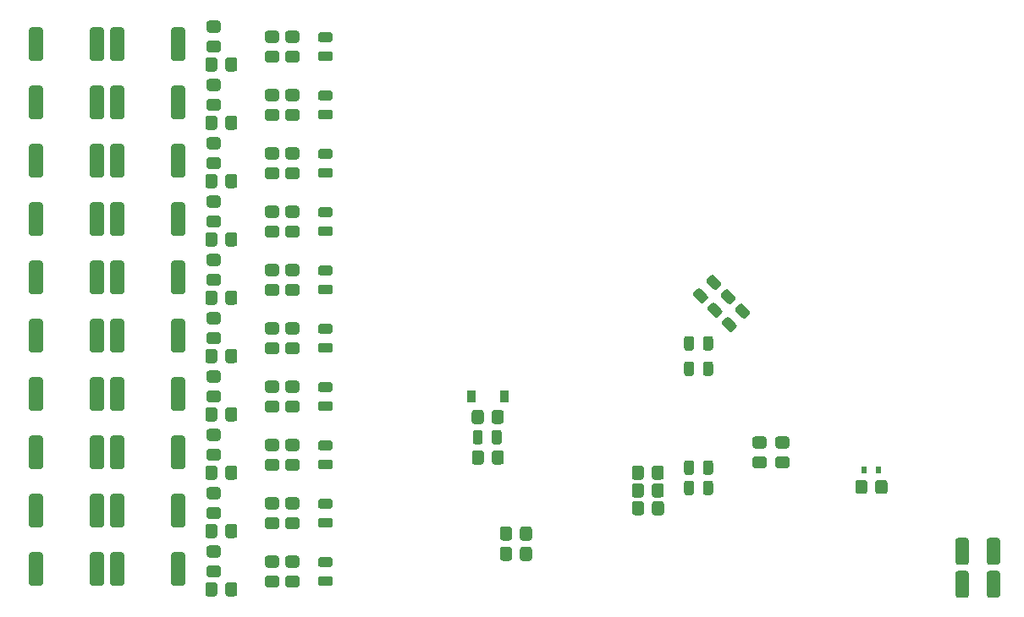
<source format=gbp>
G04 #@! TF.GenerationSoftware,KiCad,Pcbnew,(5.1.10)-1*
G04 #@! TF.CreationDate,2021-09-07T10:06:12+02:00*
G04 #@! TF.ProjectId,GatzBMS,4761747a-424d-4532-9e6b-696361645f70,rev?*
G04 #@! TF.SameCoordinates,Original*
G04 #@! TF.FileFunction,Paste,Bot*
G04 #@! TF.FilePolarity,Positive*
%FSLAX46Y46*%
G04 Gerber Fmt 4.6, Leading zero omitted, Abs format (unit mm)*
G04 Created by KiCad (PCBNEW (5.1.10)-1) date 2021-09-07 10:06:12*
%MOMM*%
%LPD*%
G01*
G04 APERTURE LIST*
%ADD10R,0.600000X0.700000*%
%ADD11R,0.900000X1.200000*%
G04 APERTURE END LIST*
G36*
G01*
X367422000Y-167470001D02*
X367422000Y-165269999D01*
G75*
G02*
X367671999Y-165020000I249999J0D01*
G01*
X368497001Y-165020000D01*
G75*
G02*
X368747000Y-165269999I0J-249999D01*
G01*
X368747000Y-167470001D01*
G75*
G02*
X368497001Y-167720000I-249999J0D01*
G01*
X367671999Y-167720000D01*
G75*
G02*
X367422000Y-167470001I0J249999D01*
G01*
G37*
G36*
G01*
X364297000Y-167470001D02*
X364297000Y-165269999D01*
G75*
G02*
X364546999Y-165020000I249999J0D01*
G01*
X365372001Y-165020000D01*
G75*
G02*
X365622000Y-165269999I0J-249999D01*
G01*
X365622000Y-167470001D01*
G75*
G02*
X365372001Y-167720000I-249999J0D01*
G01*
X364546999Y-167720000D01*
G75*
G02*
X364297000Y-167470001I0J249999D01*
G01*
G37*
G36*
G01*
X367422000Y-164168001D02*
X367422000Y-161967999D01*
G75*
G02*
X367671999Y-161718000I249999J0D01*
G01*
X368497001Y-161718000D01*
G75*
G02*
X368747000Y-161967999I0J-249999D01*
G01*
X368747000Y-164168001D01*
G75*
G02*
X368497001Y-164418000I-249999J0D01*
G01*
X367671999Y-164418000D01*
G75*
G02*
X367422000Y-164168001I0J249999D01*
G01*
G37*
G36*
G01*
X364297000Y-164168001D02*
X364297000Y-161967999D01*
G75*
G02*
X364546999Y-161718000I249999J0D01*
G01*
X365372001Y-161718000D01*
G75*
G02*
X365622000Y-161967999I0J-249999D01*
G01*
X365622000Y-164168001D01*
G75*
G02*
X365372001Y-164418000I-249999J0D01*
G01*
X364546999Y-164418000D01*
G75*
G02*
X364297000Y-164168001I0J249999D01*
G01*
G37*
G36*
G01*
X333902000Y-157422001D02*
X333902000Y-156521999D01*
G75*
G02*
X334151999Y-156272000I249999J0D01*
G01*
X334852001Y-156272000D01*
G75*
G02*
X335102000Y-156521999I0J-249999D01*
G01*
X335102000Y-157422001D01*
G75*
G02*
X334852001Y-157672000I-249999J0D01*
G01*
X334151999Y-157672000D01*
G75*
G02*
X333902000Y-157422001I0J249999D01*
G01*
G37*
G36*
G01*
X331902000Y-157422001D02*
X331902000Y-156521999D01*
G75*
G02*
X332151999Y-156272000I249999J0D01*
G01*
X332852001Y-156272000D01*
G75*
G02*
X333102000Y-156521999I0J-249999D01*
G01*
X333102000Y-157422001D01*
G75*
G02*
X332852001Y-157672000I-249999J0D01*
G01*
X332151999Y-157672000D01*
G75*
G02*
X331902000Y-157422001I0J249999D01*
G01*
G37*
G36*
G01*
X333902000Y-155644001D02*
X333902000Y-154743999D01*
G75*
G02*
X334151999Y-154494000I249999J0D01*
G01*
X334852001Y-154494000D01*
G75*
G02*
X335102000Y-154743999I0J-249999D01*
G01*
X335102000Y-155644001D01*
G75*
G02*
X334852001Y-155894000I-249999J0D01*
G01*
X334151999Y-155894000D01*
G75*
G02*
X333902000Y-155644001I0J249999D01*
G01*
G37*
G36*
G01*
X331902000Y-155644001D02*
X331902000Y-154743999D01*
G75*
G02*
X332151999Y-154494000I249999J0D01*
G01*
X332852001Y-154494000D01*
G75*
G02*
X333102000Y-154743999I0J-249999D01*
G01*
X333102000Y-155644001D01*
G75*
G02*
X332852001Y-155894000I-249999J0D01*
G01*
X332151999Y-155894000D01*
G75*
G02*
X331902000Y-155644001I0J249999D01*
G01*
G37*
G36*
G01*
X333918000Y-159200001D02*
X333918000Y-158299999D01*
G75*
G02*
X334167999Y-158050000I249999J0D01*
G01*
X334868001Y-158050000D01*
G75*
G02*
X335118000Y-158299999I0J-249999D01*
G01*
X335118000Y-159200001D01*
G75*
G02*
X334868001Y-159450000I-249999J0D01*
G01*
X334167999Y-159450000D01*
G75*
G02*
X333918000Y-159200001I0J249999D01*
G01*
G37*
G36*
G01*
X331918000Y-159200001D02*
X331918000Y-158299999D01*
G75*
G02*
X332167999Y-158050000I249999J0D01*
G01*
X332868001Y-158050000D01*
G75*
G02*
X333118000Y-158299999I0J-249999D01*
G01*
X333118000Y-159200001D01*
G75*
G02*
X332868001Y-159450000I-249999J0D01*
G01*
X332167999Y-159450000D01*
G75*
G02*
X331918000Y-159200001I0J249999D01*
G01*
G37*
G36*
G01*
X356270000Y-157074001D02*
X356270000Y-156173999D01*
G75*
G02*
X356519999Y-155924000I249999J0D01*
G01*
X357220001Y-155924000D01*
G75*
G02*
X357470000Y-156173999I0J-249999D01*
G01*
X357470000Y-157074001D01*
G75*
G02*
X357220001Y-157324000I-249999J0D01*
G01*
X356519999Y-157324000D01*
G75*
G02*
X356270000Y-157074001I0J249999D01*
G01*
G37*
G36*
G01*
X354270000Y-157074001D02*
X354270000Y-156173999D01*
G75*
G02*
X354519999Y-155924000I249999J0D01*
G01*
X355220001Y-155924000D01*
G75*
G02*
X355470000Y-156173999I0J-249999D01*
G01*
X355470000Y-157074001D01*
G75*
G02*
X355220001Y-157324000I-249999J0D01*
G01*
X354519999Y-157324000D01*
G75*
G02*
X354270000Y-157074001I0J249999D01*
G01*
G37*
D10*
X355154000Y-154940000D03*
X356554000Y-154940000D03*
D11*
X319150000Y-147574000D03*
X315850000Y-147574000D03*
G36*
G01*
X298392001Y-166700000D02*
X297491999Y-166700000D01*
G75*
G02*
X297242000Y-166450001I0J249999D01*
G01*
X297242000Y-165749999D01*
G75*
G02*
X297491999Y-165500000I249999J0D01*
G01*
X298392001Y-165500000D01*
G75*
G02*
X298642000Y-165749999I0J-249999D01*
G01*
X298642000Y-166450001D01*
G75*
G02*
X298392001Y-166700000I-249999J0D01*
G01*
G37*
G36*
G01*
X298392001Y-164700000D02*
X297491999Y-164700000D01*
G75*
G02*
X297242000Y-164450001I0J249999D01*
G01*
X297242000Y-163749999D01*
G75*
G02*
X297491999Y-163500000I249999J0D01*
G01*
X298392001Y-163500000D01*
G75*
G02*
X298642000Y-163749999I0J-249999D01*
G01*
X298642000Y-164450001D01*
G75*
G02*
X298392001Y-164700000I-249999J0D01*
G01*
G37*
G36*
G01*
X295459999Y-163500000D02*
X296360001Y-163500000D01*
G75*
G02*
X296610000Y-163749999I0J-249999D01*
G01*
X296610000Y-164450001D01*
G75*
G02*
X296360001Y-164700000I-249999J0D01*
G01*
X295459999Y-164700000D01*
G75*
G02*
X295210000Y-164450001I0J249999D01*
G01*
X295210000Y-163749999D01*
G75*
G02*
X295459999Y-163500000I249999J0D01*
G01*
G37*
G36*
G01*
X295459999Y-165500000D02*
X296360001Y-165500000D01*
G75*
G02*
X296610000Y-165749999I0J-249999D01*
G01*
X296610000Y-166450001D01*
G75*
G02*
X296360001Y-166700000I-249999J0D01*
G01*
X295459999Y-166700000D01*
G75*
G02*
X295210000Y-166450001I0J249999D01*
G01*
X295210000Y-165749999D01*
G75*
G02*
X295459999Y-165500000I249999J0D01*
G01*
G37*
G36*
G01*
X279714000Y-166271001D02*
X279714000Y-163420999D01*
G75*
G02*
X279963999Y-163171000I249999J0D01*
G01*
X280864001Y-163171000D01*
G75*
G02*
X281114000Y-163420999I0J-249999D01*
G01*
X281114000Y-166271001D01*
G75*
G02*
X280864001Y-166521000I-249999J0D01*
G01*
X279963999Y-166521000D01*
G75*
G02*
X279714000Y-166271001I0J249999D01*
G01*
G37*
G36*
G01*
X285814000Y-166271001D02*
X285814000Y-163420999D01*
G75*
G02*
X286063999Y-163171000I249999J0D01*
G01*
X286964001Y-163171000D01*
G75*
G02*
X287214000Y-163420999I0J-249999D01*
G01*
X287214000Y-166271001D01*
G75*
G02*
X286964001Y-166521000I-249999J0D01*
G01*
X286063999Y-166521000D01*
G75*
G02*
X285814000Y-166271001I0J249999D01*
G01*
G37*
G36*
G01*
X271586000Y-166271001D02*
X271586000Y-163420999D01*
G75*
G02*
X271835999Y-163171000I249999J0D01*
G01*
X272736001Y-163171000D01*
G75*
G02*
X272986000Y-163420999I0J-249999D01*
G01*
X272986000Y-166271001D01*
G75*
G02*
X272736001Y-166521000I-249999J0D01*
G01*
X271835999Y-166521000D01*
G75*
G02*
X271586000Y-166271001I0J249999D01*
G01*
G37*
G36*
G01*
X277686000Y-166271001D02*
X277686000Y-163420999D01*
G75*
G02*
X277935999Y-163171000I249999J0D01*
G01*
X278836001Y-163171000D01*
G75*
G02*
X279086000Y-163420999I0J-249999D01*
G01*
X279086000Y-166271001D01*
G75*
G02*
X278836001Y-166521000I-249999J0D01*
G01*
X277935999Y-166521000D01*
G75*
G02*
X277686000Y-166271001I0J249999D01*
G01*
G37*
G36*
G01*
X289617999Y-162484000D02*
X290518001Y-162484000D01*
G75*
G02*
X290768000Y-162733999I0J-249999D01*
G01*
X290768000Y-163434001D01*
G75*
G02*
X290518001Y-163684000I-249999J0D01*
G01*
X289617999Y-163684000D01*
G75*
G02*
X289368000Y-163434001I0J249999D01*
G01*
X289368000Y-162733999D01*
G75*
G02*
X289617999Y-162484000I249999J0D01*
G01*
G37*
G36*
G01*
X289617999Y-164484000D02*
X290518001Y-164484000D01*
G75*
G02*
X290768000Y-164733999I0J-249999D01*
G01*
X290768000Y-165434001D01*
G75*
G02*
X290518001Y-165684000I-249999J0D01*
G01*
X289617999Y-165684000D01*
G75*
G02*
X289368000Y-165434001I0J249999D01*
G01*
X289368000Y-164733999D01*
G75*
G02*
X289617999Y-164484000I249999J0D01*
G01*
G37*
G36*
G01*
X292430000Y-166427999D02*
X292430000Y-167328001D01*
G75*
G02*
X292180001Y-167578000I-249999J0D01*
G01*
X291479999Y-167578000D01*
G75*
G02*
X291230000Y-167328001I0J249999D01*
G01*
X291230000Y-166427999D01*
G75*
G02*
X291479999Y-166178000I249999J0D01*
G01*
X292180001Y-166178000D01*
G75*
G02*
X292430000Y-166427999I0J-249999D01*
G01*
G37*
G36*
G01*
X290430000Y-166427999D02*
X290430000Y-167328001D01*
G75*
G02*
X290180001Y-167578000I-249999J0D01*
G01*
X289479999Y-167578000D01*
G75*
G02*
X289230000Y-167328001I0J249999D01*
G01*
X289230000Y-166427999D01*
G75*
G02*
X289479999Y-166178000I249999J0D01*
G01*
X290180001Y-166178000D01*
G75*
G02*
X290430000Y-166427999I0J-249999D01*
G01*
G37*
G36*
G01*
X298392001Y-158858000D02*
X297491999Y-158858000D01*
G75*
G02*
X297242000Y-158608001I0J249999D01*
G01*
X297242000Y-157907999D01*
G75*
G02*
X297491999Y-157658000I249999J0D01*
G01*
X298392001Y-157658000D01*
G75*
G02*
X298642000Y-157907999I0J-249999D01*
G01*
X298642000Y-158608001D01*
G75*
G02*
X298392001Y-158858000I-249999J0D01*
G01*
G37*
G36*
G01*
X298392001Y-160858000D02*
X297491999Y-160858000D01*
G75*
G02*
X297242000Y-160608001I0J249999D01*
G01*
X297242000Y-159907999D01*
G75*
G02*
X297491999Y-159658000I249999J0D01*
G01*
X298392001Y-159658000D01*
G75*
G02*
X298642000Y-159907999I0J-249999D01*
G01*
X298642000Y-160608001D01*
G75*
G02*
X298392001Y-160858000I-249999J0D01*
G01*
G37*
G36*
G01*
X295459999Y-159658000D02*
X296360001Y-159658000D01*
G75*
G02*
X296610000Y-159907999I0J-249999D01*
G01*
X296610000Y-160608001D01*
G75*
G02*
X296360001Y-160858000I-249999J0D01*
G01*
X295459999Y-160858000D01*
G75*
G02*
X295210000Y-160608001I0J249999D01*
G01*
X295210000Y-159907999D01*
G75*
G02*
X295459999Y-159658000I249999J0D01*
G01*
G37*
G36*
G01*
X295459999Y-157658000D02*
X296360001Y-157658000D01*
G75*
G02*
X296610000Y-157907999I0J-249999D01*
G01*
X296610000Y-158608001D01*
G75*
G02*
X296360001Y-158858000I-249999J0D01*
G01*
X295459999Y-158858000D01*
G75*
G02*
X295210000Y-158608001I0J249999D01*
G01*
X295210000Y-157907999D01*
G75*
G02*
X295459999Y-157658000I249999J0D01*
G01*
G37*
G36*
G01*
X285814000Y-160429001D02*
X285814000Y-157578999D01*
G75*
G02*
X286063999Y-157329000I249999J0D01*
G01*
X286964001Y-157329000D01*
G75*
G02*
X287214000Y-157578999I0J-249999D01*
G01*
X287214000Y-160429001D01*
G75*
G02*
X286964001Y-160679000I-249999J0D01*
G01*
X286063999Y-160679000D01*
G75*
G02*
X285814000Y-160429001I0J249999D01*
G01*
G37*
G36*
G01*
X279714000Y-160429001D02*
X279714000Y-157578999D01*
G75*
G02*
X279963999Y-157329000I249999J0D01*
G01*
X280864001Y-157329000D01*
G75*
G02*
X281114000Y-157578999I0J-249999D01*
G01*
X281114000Y-160429001D01*
G75*
G02*
X280864001Y-160679000I-249999J0D01*
G01*
X279963999Y-160679000D01*
G75*
G02*
X279714000Y-160429001I0J249999D01*
G01*
G37*
G36*
G01*
X277686000Y-160429001D02*
X277686000Y-157578999D01*
G75*
G02*
X277935999Y-157329000I249999J0D01*
G01*
X278836001Y-157329000D01*
G75*
G02*
X279086000Y-157578999I0J-249999D01*
G01*
X279086000Y-160429001D01*
G75*
G02*
X278836001Y-160679000I-249999J0D01*
G01*
X277935999Y-160679000D01*
G75*
G02*
X277686000Y-160429001I0J249999D01*
G01*
G37*
G36*
G01*
X271586000Y-160429001D02*
X271586000Y-157578999D01*
G75*
G02*
X271835999Y-157329000I249999J0D01*
G01*
X272736001Y-157329000D01*
G75*
G02*
X272986000Y-157578999I0J-249999D01*
G01*
X272986000Y-160429001D01*
G75*
G02*
X272736001Y-160679000I-249999J0D01*
G01*
X271835999Y-160679000D01*
G75*
G02*
X271586000Y-160429001I0J249999D01*
G01*
G37*
G36*
G01*
X289617999Y-158642000D02*
X290518001Y-158642000D01*
G75*
G02*
X290768000Y-158891999I0J-249999D01*
G01*
X290768000Y-159592001D01*
G75*
G02*
X290518001Y-159842000I-249999J0D01*
G01*
X289617999Y-159842000D01*
G75*
G02*
X289368000Y-159592001I0J249999D01*
G01*
X289368000Y-158891999D01*
G75*
G02*
X289617999Y-158642000I249999J0D01*
G01*
G37*
G36*
G01*
X289617999Y-156642000D02*
X290518001Y-156642000D01*
G75*
G02*
X290768000Y-156891999I0J-249999D01*
G01*
X290768000Y-157592001D01*
G75*
G02*
X290518001Y-157842000I-249999J0D01*
G01*
X289617999Y-157842000D01*
G75*
G02*
X289368000Y-157592001I0J249999D01*
G01*
X289368000Y-156891999D01*
G75*
G02*
X289617999Y-156642000I249999J0D01*
G01*
G37*
G36*
G01*
X290430000Y-160585999D02*
X290430000Y-161486001D01*
G75*
G02*
X290180001Y-161736000I-249999J0D01*
G01*
X289479999Y-161736000D01*
G75*
G02*
X289230000Y-161486001I0J249999D01*
G01*
X289230000Y-160585999D01*
G75*
G02*
X289479999Y-160336000I249999J0D01*
G01*
X290180001Y-160336000D01*
G75*
G02*
X290430000Y-160585999I0J-249999D01*
G01*
G37*
G36*
G01*
X292430000Y-160585999D02*
X292430000Y-161486001D01*
G75*
G02*
X292180001Y-161736000I-249999J0D01*
G01*
X291479999Y-161736000D01*
G75*
G02*
X291230000Y-161486001I0J249999D01*
G01*
X291230000Y-160585999D01*
G75*
G02*
X291479999Y-160336000I249999J0D01*
G01*
X292180001Y-160336000D01*
G75*
G02*
X292430000Y-160585999I0J-249999D01*
G01*
G37*
G36*
G01*
X298392001Y-153016000D02*
X297491999Y-153016000D01*
G75*
G02*
X297242000Y-152766001I0J249999D01*
G01*
X297242000Y-152065999D01*
G75*
G02*
X297491999Y-151816000I249999J0D01*
G01*
X298392001Y-151816000D01*
G75*
G02*
X298642000Y-152065999I0J-249999D01*
G01*
X298642000Y-152766001D01*
G75*
G02*
X298392001Y-153016000I-249999J0D01*
G01*
G37*
G36*
G01*
X298392001Y-155016000D02*
X297491999Y-155016000D01*
G75*
G02*
X297242000Y-154766001I0J249999D01*
G01*
X297242000Y-154065999D01*
G75*
G02*
X297491999Y-153816000I249999J0D01*
G01*
X298392001Y-153816000D01*
G75*
G02*
X298642000Y-154065999I0J-249999D01*
G01*
X298642000Y-154766001D01*
G75*
G02*
X298392001Y-155016000I-249999J0D01*
G01*
G37*
G36*
G01*
X295459999Y-153816000D02*
X296360001Y-153816000D01*
G75*
G02*
X296610000Y-154065999I0J-249999D01*
G01*
X296610000Y-154766001D01*
G75*
G02*
X296360001Y-155016000I-249999J0D01*
G01*
X295459999Y-155016000D01*
G75*
G02*
X295210000Y-154766001I0J249999D01*
G01*
X295210000Y-154065999D01*
G75*
G02*
X295459999Y-153816000I249999J0D01*
G01*
G37*
G36*
G01*
X295459999Y-151816000D02*
X296360001Y-151816000D01*
G75*
G02*
X296610000Y-152065999I0J-249999D01*
G01*
X296610000Y-152766001D01*
G75*
G02*
X296360001Y-153016000I-249999J0D01*
G01*
X295459999Y-153016000D01*
G75*
G02*
X295210000Y-152766001I0J249999D01*
G01*
X295210000Y-152065999D01*
G75*
G02*
X295459999Y-151816000I249999J0D01*
G01*
G37*
G36*
G01*
X285814000Y-154587001D02*
X285814000Y-151736999D01*
G75*
G02*
X286063999Y-151487000I249999J0D01*
G01*
X286964001Y-151487000D01*
G75*
G02*
X287214000Y-151736999I0J-249999D01*
G01*
X287214000Y-154587001D01*
G75*
G02*
X286964001Y-154837000I-249999J0D01*
G01*
X286063999Y-154837000D01*
G75*
G02*
X285814000Y-154587001I0J249999D01*
G01*
G37*
G36*
G01*
X279714000Y-154587001D02*
X279714000Y-151736999D01*
G75*
G02*
X279963999Y-151487000I249999J0D01*
G01*
X280864001Y-151487000D01*
G75*
G02*
X281114000Y-151736999I0J-249999D01*
G01*
X281114000Y-154587001D01*
G75*
G02*
X280864001Y-154837000I-249999J0D01*
G01*
X279963999Y-154837000D01*
G75*
G02*
X279714000Y-154587001I0J249999D01*
G01*
G37*
G36*
G01*
X277686000Y-154587001D02*
X277686000Y-151736999D01*
G75*
G02*
X277935999Y-151487000I249999J0D01*
G01*
X278836001Y-151487000D01*
G75*
G02*
X279086000Y-151736999I0J-249999D01*
G01*
X279086000Y-154587001D01*
G75*
G02*
X278836001Y-154837000I-249999J0D01*
G01*
X277935999Y-154837000D01*
G75*
G02*
X277686000Y-154587001I0J249999D01*
G01*
G37*
G36*
G01*
X271586000Y-154587001D02*
X271586000Y-151736999D01*
G75*
G02*
X271835999Y-151487000I249999J0D01*
G01*
X272736001Y-151487000D01*
G75*
G02*
X272986000Y-151736999I0J-249999D01*
G01*
X272986000Y-154587001D01*
G75*
G02*
X272736001Y-154837000I-249999J0D01*
G01*
X271835999Y-154837000D01*
G75*
G02*
X271586000Y-154587001I0J249999D01*
G01*
G37*
G36*
G01*
X289617999Y-152800000D02*
X290518001Y-152800000D01*
G75*
G02*
X290768000Y-153049999I0J-249999D01*
G01*
X290768000Y-153750001D01*
G75*
G02*
X290518001Y-154000000I-249999J0D01*
G01*
X289617999Y-154000000D01*
G75*
G02*
X289368000Y-153750001I0J249999D01*
G01*
X289368000Y-153049999D01*
G75*
G02*
X289617999Y-152800000I249999J0D01*
G01*
G37*
G36*
G01*
X289617999Y-150800000D02*
X290518001Y-150800000D01*
G75*
G02*
X290768000Y-151049999I0J-249999D01*
G01*
X290768000Y-151750001D01*
G75*
G02*
X290518001Y-152000000I-249999J0D01*
G01*
X289617999Y-152000000D01*
G75*
G02*
X289368000Y-151750001I0J249999D01*
G01*
X289368000Y-151049999D01*
G75*
G02*
X289617999Y-150800000I249999J0D01*
G01*
G37*
G36*
G01*
X290430000Y-154743999D02*
X290430000Y-155644001D01*
G75*
G02*
X290180001Y-155894000I-249999J0D01*
G01*
X289479999Y-155894000D01*
G75*
G02*
X289230000Y-155644001I0J249999D01*
G01*
X289230000Y-154743999D01*
G75*
G02*
X289479999Y-154494000I249999J0D01*
G01*
X290180001Y-154494000D01*
G75*
G02*
X290430000Y-154743999I0J-249999D01*
G01*
G37*
G36*
G01*
X292430000Y-154743999D02*
X292430000Y-155644001D01*
G75*
G02*
X292180001Y-155894000I-249999J0D01*
G01*
X291479999Y-155894000D01*
G75*
G02*
X291230000Y-155644001I0J249999D01*
G01*
X291230000Y-154743999D01*
G75*
G02*
X291479999Y-154494000I249999J0D01*
G01*
X292180001Y-154494000D01*
G75*
G02*
X292430000Y-154743999I0J-249999D01*
G01*
G37*
G36*
G01*
X298392001Y-147174000D02*
X297491999Y-147174000D01*
G75*
G02*
X297242000Y-146924001I0J249999D01*
G01*
X297242000Y-146223999D01*
G75*
G02*
X297491999Y-145974000I249999J0D01*
G01*
X298392001Y-145974000D01*
G75*
G02*
X298642000Y-146223999I0J-249999D01*
G01*
X298642000Y-146924001D01*
G75*
G02*
X298392001Y-147174000I-249999J0D01*
G01*
G37*
G36*
G01*
X298392001Y-149174000D02*
X297491999Y-149174000D01*
G75*
G02*
X297242000Y-148924001I0J249999D01*
G01*
X297242000Y-148223999D01*
G75*
G02*
X297491999Y-147974000I249999J0D01*
G01*
X298392001Y-147974000D01*
G75*
G02*
X298642000Y-148223999I0J-249999D01*
G01*
X298642000Y-148924001D01*
G75*
G02*
X298392001Y-149174000I-249999J0D01*
G01*
G37*
G36*
G01*
X295459999Y-147974000D02*
X296360001Y-147974000D01*
G75*
G02*
X296610000Y-148223999I0J-249999D01*
G01*
X296610000Y-148924001D01*
G75*
G02*
X296360001Y-149174000I-249999J0D01*
G01*
X295459999Y-149174000D01*
G75*
G02*
X295210000Y-148924001I0J249999D01*
G01*
X295210000Y-148223999D01*
G75*
G02*
X295459999Y-147974000I249999J0D01*
G01*
G37*
G36*
G01*
X295459999Y-145974000D02*
X296360001Y-145974000D01*
G75*
G02*
X296610000Y-146223999I0J-249999D01*
G01*
X296610000Y-146924001D01*
G75*
G02*
X296360001Y-147174000I-249999J0D01*
G01*
X295459999Y-147174000D01*
G75*
G02*
X295210000Y-146924001I0J249999D01*
G01*
X295210000Y-146223999D01*
G75*
G02*
X295459999Y-145974000I249999J0D01*
G01*
G37*
G36*
G01*
X285814000Y-148745001D02*
X285814000Y-145894999D01*
G75*
G02*
X286063999Y-145645000I249999J0D01*
G01*
X286964001Y-145645000D01*
G75*
G02*
X287214000Y-145894999I0J-249999D01*
G01*
X287214000Y-148745001D01*
G75*
G02*
X286964001Y-148995000I-249999J0D01*
G01*
X286063999Y-148995000D01*
G75*
G02*
X285814000Y-148745001I0J249999D01*
G01*
G37*
G36*
G01*
X279714000Y-148745001D02*
X279714000Y-145894999D01*
G75*
G02*
X279963999Y-145645000I249999J0D01*
G01*
X280864001Y-145645000D01*
G75*
G02*
X281114000Y-145894999I0J-249999D01*
G01*
X281114000Y-148745001D01*
G75*
G02*
X280864001Y-148995000I-249999J0D01*
G01*
X279963999Y-148995000D01*
G75*
G02*
X279714000Y-148745001I0J249999D01*
G01*
G37*
G36*
G01*
X277686000Y-148745001D02*
X277686000Y-145894999D01*
G75*
G02*
X277935999Y-145645000I249999J0D01*
G01*
X278836001Y-145645000D01*
G75*
G02*
X279086000Y-145894999I0J-249999D01*
G01*
X279086000Y-148745001D01*
G75*
G02*
X278836001Y-148995000I-249999J0D01*
G01*
X277935999Y-148995000D01*
G75*
G02*
X277686000Y-148745001I0J249999D01*
G01*
G37*
G36*
G01*
X271586000Y-148745001D02*
X271586000Y-145894999D01*
G75*
G02*
X271835999Y-145645000I249999J0D01*
G01*
X272736001Y-145645000D01*
G75*
G02*
X272986000Y-145894999I0J-249999D01*
G01*
X272986000Y-148745001D01*
G75*
G02*
X272736001Y-148995000I-249999J0D01*
G01*
X271835999Y-148995000D01*
G75*
G02*
X271586000Y-148745001I0J249999D01*
G01*
G37*
G36*
G01*
X289617999Y-146958000D02*
X290518001Y-146958000D01*
G75*
G02*
X290768000Y-147207999I0J-249999D01*
G01*
X290768000Y-147908001D01*
G75*
G02*
X290518001Y-148158000I-249999J0D01*
G01*
X289617999Y-148158000D01*
G75*
G02*
X289368000Y-147908001I0J249999D01*
G01*
X289368000Y-147207999D01*
G75*
G02*
X289617999Y-146958000I249999J0D01*
G01*
G37*
G36*
G01*
X289617999Y-144958000D02*
X290518001Y-144958000D01*
G75*
G02*
X290768000Y-145207999I0J-249999D01*
G01*
X290768000Y-145908001D01*
G75*
G02*
X290518001Y-146158000I-249999J0D01*
G01*
X289617999Y-146158000D01*
G75*
G02*
X289368000Y-145908001I0J249999D01*
G01*
X289368000Y-145207999D01*
G75*
G02*
X289617999Y-144958000I249999J0D01*
G01*
G37*
G36*
G01*
X290430000Y-148901999D02*
X290430000Y-149802001D01*
G75*
G02*
X290180001Y-150052000I-249999J0D01*
G01*
X289479999Y-150052000D01*
G75*
G02*
X289230000Y-149802001I0J249999D01*
G01*
X289230000Y-148901999D01*
G75*
G02*
X289479999Y-148652000I249999J0D01*
G01*
X290180001Y-148652000D01*
G75*
G02*
X290430000Y-148901999I0J-249999D01*
G01*
G37*
G36*
G01*
X292430000Y-148901999D02*
X292430000Y-149802001D01*
G75*
G02*
X292180001Y-150052000I-249999J0D01*
G01*
X291479999Y-150052000D01*
G75*
G02*
X291230000Y-149802001I0J249999D01*
G01*
X291230000Y-148901999D01*
G75*
G02*
X291479999Y-148652000I249999J0D01*
G01*
X292180001Y-148652000D01*
G75*
G02*
X292430000Y-148901999I0J-249999D01*
G01*
G37*
G36*
G01*
X298392001Y-141332000D02*
X297491999Y-141332000D01*
G75*
G02*
X297242000Y-141082001I0J249999D01*
G01*
X297242000Y-140381999D01*
G75*
G02*
X297491999Y-140132000I249999J0D01*
G01*
X298392001Y-140132000D01*
G75*
G02*
X298642000Y-140381999I0J-249999D01*
G01*
X298642000Y-141082001D01*
G75*
G02*
X298392001Y-141332000I-249999J0D01*
G01*
G37*
G36*
G01*
X298392001Y-143332000D02*
X297491999Y-143332000D01*
G75*
G02*
X297242000Y-143082001I0J249999D01*
G01*
X297242000Y-142381999D01*
G75*
G02*
X297491999Y-142132000I249999J0D01*
G01*
X298392001Y-142132000D01*
G75*
G02*
X298642000Y-142381999I0J-249999D01*
G01*
X298642000Y-143082001D01*
G75*
G02*
X298392001Y-143332000I-249999J0D01*
G01*
G37*
G36*
G01*
X295459999Y-142132000D02*
X296360001Y-142132000D01*
G75*
G02*
X296610000Y-142381999I0J-249999D01*
G01*
X296610000Y-143082001D01*
G75*
G02*
X296360001Y-143332000I-249999J0D01*
G01*
X295459999Y-143332000D01*
G75*
G02*
X295210000Y-143082001I0J249999D01*
G01*
X295210000Y-142381999D01*
G75*
G02*
X295459999Y-142132000I249999J0D01*
G01*
G37*
G36*
G01*
X295459999Y-140132000D02*
X296360001Y-140132000D01*
G75*
G02*
X296610000Y-140381999I0J-249999D01*
G01*
X296610000Y-141082001D01*
G75*
G02*
X296360001Y-141332000I-249999J0D01*
G01*
X295459999Y-141332000D01*
G75*
G02*
X295210000Y-141082001I0J249999D01*
G01*
X295210000Y-140381999D01*
G75*
G02*
X295459999Y-140132000I249999J0D01*
G01*
G37*
G36*
G01*
X285814000Y-142903001D02*
X285814000Y-140052999D01*
G75*
G02*
X286063999Y-139803000I249999J0D01*
G01*
X286964001Y-139803000D01*
G75*
G02*
X287214000Y-140052999I0J-249999D01*
G01*
X287214000Y-142903001D01*
G75*
G02*
X286964001Y-143153000I-249999J0D01*
G01*
X286063999Y-143153000D01*
G75*
G02*
X285814000Y-142903001I0J249999D01*
G01*
G37*
G36*
G01*
X279714000Y-142903001D02*
X279714000Y-140052999D01*
G75*
G02*
X279963999Y-139803000I249999J0D01*
G01*
X280864001Y-139803000D01*
G75*
G02*
X281114000Y-140052999I0J-249999D01*
G01*
X281114000Y-142903001D01*
G75*
G02*
X280864001Y-143153000I-249999J0D01*
G01*
X279963999Y-143153000D01*
G75*
G02*
X279714000Y-142903001I0J249999D01*
G01*
G37*
G36*
G01*
X277686000Y-142903001D02*
X277686000Y-140052999D01*
G75*
G02*
X277935999Y-139803000I249999J0D01*
G01*
X278836001Y-139803000D01*
G75*
G02*
X279086000Y-140052999I0J-249999D01*
G01*
X279086000Y-142903001D01*
G75*
G02*
X278836001Y-143153000I-249999J0D01*
G01*
X277935999Y-143153000D01*
G75*
G02*
X277686000Y-142903001I0J249999D01*
G01*
G37*
G36*
G01*
X271586000Y-142903001D02*
X271586000Y-140052999D01*
G75*
G02*
X271835999Y-139803000I249999J0D01*
G01*
X272736001Y-139803000D01*
G75*
G02*
X272986000Y-140052999I0J-249999D01*
G01*
X272986000Y-142903001D01*
G75*
G02*
X272736001Y-143153000I-249999J0D01*
G01*
X271835999Y-143153000D01*
G75*
G02*
X271586000Y-142903001I0J249999D01*
G01*
G37*
G36*
G01*
X289617999Y-141116000D02*
X290518001Y-141116000D01*
G75*
G02*
X290768000Y-141365999I0J-249999D01*
G01*
X290768000Y-142066001D01*
G75*
G02*
X290518001Y-142316000I-249999J0D01*
G01*
X289617999Y-142316000D01*
G75*
G02*
X289368000Y-142066001I0J249999D01*
G01*
X289368000Y-141365999D01*
G75*
G02*
X289617999Y-141116000I249999J0D01*
G01*
G37*
G36*
G01*
X289617999Y-139116000D02*
X290518001Y-139116000D01*
G75*
G02*
X290768000Y-139365999I0J-249999D01*
G01*
X290768000Y-140066001D01*
G75*
G02*
X290518001Y-140316000I-249999J0D01*
G01*
X289617999Y-140316000D01*
G75*
G02*
X289368000Y-140066001I0J249999D01*
G01*
X289368000Y-139365999D01*
G75*
G02*
X289617999Y-139116000I249999J0D01*
G01*
G37*
G36*
G01*
X290430000Y-143059999D02*
X290430000Y-143960001D01*
G75*
G02*
X290180001Y-144210000I-249999J0D01*
G01*
X289479999Y-144210000D01*
G75*
G02*
X289230000Y-143960001I0J249999D01*
G01*
X289230000Y-143059999D01*
G75*
G02*
X289479999Y-142810000I249999J0D01*
G01*
X290180001Y-142810000D01*
G75*
G02*
X290430000Y-143059999I0J-249999D01*
G01*
G37*
G36*
G01*
X292430000Y-143059999D02*
X292430000Y-143960001D01*
G75*
G02*
X292180001Y-144210000I-249999J0D01*
G01*
X291479999Y-144210000D01*
G75*
G02*
X291230000Y-143960001I0J249999D01*
G01*
X291230000Y-143059999D01*
G75*
G02*
X291479999Y-142810000I249999J0D01*
G01*
X292180001Y-142810000D01*
G75*
G02*
X292430000Y-143059999I0J-249999D01*
G01*
G37*
G36*
G01*
X298392001Y-135490000D02*
X297491999Y-135490000D01*
G75*
G02*
X297242000Y-135240001I0J249999D01*
G01*
X297242000Y-134539999D01*
G75*
G02*
X297491999Y-134290000I249999J0D01*
G01*
X298392001Y-134290000D01*
G75*
G02*
X298642000Y-134539999I0J-249999D01*
G01*
X298642000Y-135240001D01*
G75*
G02*
X298392001Y-135490000I-249999J0D01*
G01*
G37*
G36*
G01*
X298392001Y-137490000D02*
X297491999Y-137490000D01*
G75*
G02*
X297242000Y-137240001I0J249999D01*
G01*
X297242000Y-136539999D01*
G75*
G02*
X297491999Y-136290000I249999J0D01*
G01*
X298392001Y-136290000D01*
G75*
G02*
X298642000Y-136539999I0J-249999D01*
G01*
X298642000Y-137240001D01*
G75*
G02*
X298392001Y-137490000I-249999J0D01*
G01*
G37*
G36*
G01*
X295459999Y-136290000D02*
X296360001Y-136290000D01*
G75*
G02*
X296610000Y-136539999I0J-249999D01*
G01*
X296610000Y-137240001D01*
G75*
G02*
X296360001Y-137490000I-249999J0D01*
G01*
X295459999Y-137490000D01*
G75*
G02*
X295210000Y-137240001I0J249999D01*
G01*
X295210000Y-136539999D01*
G75*
G02*
X295459999Y-136290000I249999J0D01*
G01*
G37*
G36*
G01*
X295459999Y-134290000D02*
X296360001Y-134290000D01*
G75*
G02*
X296610000Y-134539999I0J-249999D01*
G01*
X296610000Y-135240001D01*
G75*
G02*
X296360001Y-135490000I-249999J0D01*
G01*
X295459999Y-135490000D01*
G75*
G02*
X295210000Y-135240001I0J249999D01*
G01*
X295210000Y-134539999D01*
G75*
G02*
X295459999Y-134290000I249999J0D01*
G01*
G37*
G36*
G01*
X285814000Y-137061001D02*
X285814000Y-134210999D01*
G75*
G02*
X286063999Y-133961000I249999J0D01*
G01*
X286964001Y-133961000D01*
G75*
G02*
X287214000Y-134210999I0J-249999D01*
G01*
X287214000Y-137061001D01*
G75*
G02*
X286964001Y-137311000I-249999J0D01*
G01*
X286063999Y-137311000D01*
G75*
G02*
X285814000Y-137061001I0J249999D01*
G01*
G37*
G36*
G01*
X279714000Y-137061001D02*
X279714000Y-134210999D01*
G75*
G02*
X279963999Y-133961000I249999J0D01*
G01*
X280864001Y-133961000D01*
G75*
G02*
X281114000Y-134210999I0J-249999D01*
G01*
X281114000Y-137061001D01*
G75*
G02*
X280864001Y-137311000I-249999J0D01*
G01*
X279963999Y-137311000D01*
G75*
G02*
X279714000Y-137061001I0J249999D01*
G01*
G37*
G36*
G01*
X277686000Y-137061001D02*
X277686000Y-134210999D01*
G75*
G02*
X277935999Y-133961000I249999J0D01*
G01*
X278836001Y-133961000D01*
G75*
G02*
X279086000Y-134210999I0J-249999D01*
G01*
X279086000Y-137061001D01*
G75*
G02*
X278836001Y-137311000I-249999J0D01*
G01*
X277935999Y-137311000D01*
G75*
G02*
X277686000Y-137061001I0J249999D01*
G01*
G37*
G36*
G01*
X271586000Y-137061001D02*
X271586000Y-134210999D01*
G75*
G02*
X271835999Y-133961000I249999J0D01*
G01*
X272736001Y-133961000D01*
G75*
G02*
X272986000Y-134210999I0J-249999D01*
G01*
X272986000Y-137061001D01*
G75*
G02*
X272736001Y-137311000I-249999J0D01*
G01*
X271835999Y-137311000D01*
G75*
G02*
X271586000Y-137061001I0J249999D01*
G01*
G37*
G36*
G01*
X289617999Y-135274000D02*
X290518001Y-135274000D01*
G75*
G02*
X290768000Y-135523999I0J-249999D01*
G01*
X290768000Y-136224001D01*
G75*
G02*
X290518001Y-136474000I-249999J0D01*
G01*
X289617999Y-136474000D01*
G75*
G02*
X289368000Y-136224001I0J249999D01*
G01*
X289368000Y-135523999D01*
G75*
G02*
X289617999Y-135274000I249999J0D01*
G01*
G37*
G36*
G01*
X289617999Y-133274000D02*
X290518001Y-133274000D01*
G75*
G02*
X290768000Y-133523999I0J-249999D01*
G01*
X290768000Y-134224001D01*
G75*
G02*
X290518001Y-134474000I-249999J0D01*
G01*
X289617999Y-134474000D01*
G75*
G02*
X289368000Y-134224001I0J249999D01*
G01*
X289368000Y-133523999D01*
G75*
G02*
X289617999Y-133274000I249999J0D01*
G01*
G37*
G36*
G01*
X290430000Y-137217999D02*
X290430000Y-138118001D01*
G75*
G02*
X290180001Y-138368000I-249999J0D01*
G01*
X289479999Y-138368000D01*
G75*
G02*
X289230000Y-138118001I0J249999D01*
G01*
X289230000Y-137217999D01*
G75*
G02*
X289479999Y-136968000I249999J0D01*
G01*
X290180001Y-136968000D01*
G75*
G02*
X290430000Y-137217999I0J-249999D01*
G01*
G37*
G36*
G01*
X292430000Y-137217999D02*
X292430000Y-138118001D01*
G75*
G02*
X292180001Y-138368000I-249999J0D01*
G01*
X291479999Y-138368000D01*
G75*
G02*
X291230000Y-138118001I0J249999D01*
G01*
X291230000Y-137217999D01*
G75*
G02*
X291479999Y-136968000I249999J0D01*
G01*
X292180001Y-136968000D01*
G75*
G02*
X292430000Y-137217999I0J-249999D01*
G01*
G37*
G36*
G01*
X298392001Y-129648000D02*
X297491999Y-129648000D01*
G75*
G02*
X297242000Y-129398001I0J249999D01*
G01*
X297242000Y-128697999D01*
G75*
G02*
X297491999Y-128448000I249999J0D01*
G01*
X298392001Y-128448000D01*
G75*
G02*
X298642000Y-128697999I0J-249999D01*
G01*
X298642000Y-129398001D01*
G75*
G02*
X298392001Y-129648000I-249999J0D01*
G01*
G37*
G36*
G01*
X298392001Y-131648000D02*
X297491999Y-131648000D01*
G75*
G02*
X297242000Y-131398001I0J249999D01*
G01*
X297242000Y-130697999D01*
G75*
G02*
X297491999Y-130448000I249999J0D01*
G01*
X298392001Y-130448000D01*
G75*
G02*
X298642000Y-130697999I0J-249999D01*
G01*
X298642000Y-131398001D01*
G75*
G02*
X298392001Y-131648000I-249999J0D01*
G01*
G37*
G36*
G01*
X295459999Y-130448000D02*
X296360001Y-130448000D01*
G75*
G02*
X296610000Y-130697999I0J-249999D01*
G01*
X296610000Y-131398001D01*
G75*
G02*
X296360001Y-131648000I-249999J0D01*
G01*
X295459999Y-131648000D01*
G75*
G02*
X295210000Y-131398001I0J249999D01*
G01*
X295210000Y-130697999D01*
G75*
G02*
X295459999Y-130448000I249999J0D01*
G01*
G37*
G36*
G01*
X295459999Y-128448000D02*
X296360001Y-128448000D01*
G75*
G02*
X296610000Y-128697999I0J-249999D01*
G01*
X296610000Y-129398001D01*
G75*
G02*
X296360001Y-129648000I-249999J0D01*
G01*
X295459999Y-129648000D01*
G75*
G02*
X295210000Y-129398001I0J249999D01*
G01*
X295210000Y-128697999D01*
G75*
G02*
X295459999Y-128448000I249999J0D01*
G01*
G37*
G36*
G01*
X285814000Y-131219001D02*
X285814000Y-128368999D01*
G75*
G02*
X286063999Y-128119000I249999J0D01*
G01*
X286964001Y-128119000D01*
G75*
G02*
X287214000Y-128368999I0J-249999D01*
G01*
X287214000Y-131219001D01*
G75*
G02*
X286964001Y-131469000I-249999J0D01*
G01*
X286063999Y-131469000D01*
G75*
G02*
X285814000Y-131219001I0J249999D01*
G01*
G37*
G36*
G01*
X279714000Y-131219001D02*
X279714000Y-128368999D01*
G75*
G02*
X279963999Y-128119000I249999J0D01*
G01*
X280864001Y-128119000D01*
G75*
G02*
X281114000Y-128368999I0J-249999D01*
G01*
X281114000Y-131219001D01*
G75*
G02*
X280864001Y-131469000I-249999J0D01*
G01*
X279963999Y-131469000D01*
G75*
G02*
X279714000Y-131219001I0J249999D01*
G01*
G37*
G36*
G01*
X277686000Y-131219001D02*
X277686000Y-128368999D01*
G75*
G02*
X277935999Y-128119000I249999J0D01*
G01*
X278836001Y-128119000D01*
G75*
G02*
X279086000Y-128368999I0J-249999D01*
G01*
X279086000Y-131219001D01*
G75*
G02*
X278836001Y-131469000I-249999J0D01*
G01*
X277935999Y-131469000D01*
G75*
G02*
X277686000Y-131219001I0J249999D01*
G01*
G37*
G36*
G01*
X271586000Y-131219001D02*
X271586000Y-128368999D01*
G75*
G02*
X271835999Y-128119000I249999J0D01*
G01*
X272736001Y-128119000D01*
G75*
G02*
X272986000Y-128368999I0J-249999D01*
G01*
X272986000Y-131219001D01*
G75*
G02*
X272736001Y-131469000I-249999J0D01*
G01*
X271835999Y-131469000D01*
G75*
G02*
X271586000Y-131219001I0J249999D01*
G01*
G37*
G36*
G01*
X289617999Y-129432000D02*
X290518001Y-129432000D01*
G75*
G02*
X290768000Y-129681999I0J-249999D01*
G01*
X290768000Y-130382001D01*
G75*
G02*
X290518001Y-130632000I-249999J0D01*
G01*
X289617999Y-130632000D01*
G75*
G02*
X289368000Y-130382001I0J249999D01*
G01*
X289368000Y-129681999D01*
G75*
G02*
X289617999Y-129432000I249999J0D01*
G01*
G37*
G36*
G01*
X289617999Y-127432000D02*
X290518001Y-127432000D01*
G75*
G02*
X290768000Y-127681999I0J-249999D01*
G01*
X290768000Y-128382001D01*
G75*
G02*
X290518001Y-128632000I-249999J0D01*
G01*
X289617999Y-128632000D01*
G75*
G02*
X289368000Y-128382001I0J249999D01*
G01*
X289368000Y-127681999D01*
G75*
G02*
X289617999Y-127432000I249999J0D01*
G01*
G37*
G36*
G01*
X290430000Y-131375999D02*
X290430000Y-132276001D01*
G75*
G02*
X290180001Y-132526000I-249999J0D01*
G01*
X289479999Y-132526000D01*
G75*
G02*
X289230000Y-132276001I0J249999D01*
G01*
X289230000Y-131375999D01*
G75*
G02*
X289479999Y-131126000I249999J0D01*
G01*
X290180001Y-131126000D01*
G75*
G02*
X290430000Y-131375999I0J-249999D01*
G01*
G37*
G36*
G01*
X292430000Y-131375999D02*
X292430000Y-132276001D01*
G75*
G02*
X292180001Y-132526000I-249999J0D01*
G01*
X291479999Y-132526000D01*
G75*
G02*
X291230000Y-132276001I0J249999D01*
G01*
X291230000Y-131375999D01*
G75*
G02*
X291479999Y-131126000I249999J0D01*
G01*
X292180001Y-131126000D01*
G75*
G02*
X292430000Y-131375999I0J-249999D01*
G01*
G37*
G36*
G01*
X298392001Y-123806000D02*
X297491999Y-123806000D01*
G75*
G02*
X297242000Y-123556001I0J249999D01*
G01*
X297242000Y-122855999D01*
G75*
G02*
X297491999Y-122606000I249999J0D01*
G01*
X298392001Y-122606000D01*
G75*
G02*
X298642000Y-122855999I0J-249999D01*
G01*
X298642000Y-123556001D01*
G75*
G02*
X298392001Y-123806000I-249999J0D01*
G01*
G37*
G36*
G01*
X298392001Y-125806000D02*
X297491999Y-125806000D01*
G75*
G02*
X297242000Y-125556001I0J249999D01*
G01*
X297242000Y-124855999D01*
G75*
G02*
X297491999Y-124606000I249999J0D01*
G01*
X298392001Y-124606000D01*
G75*
G02*
X298642000Y-124855999I0J-249999D01*
G01*
X298642000Y-125556001D01*
G75*
G02*
X298392001Y-125806000I-249999J0D01*
G01*
G37*
G36*
G01*
X295459999Y-124606000D02*
X296360001Y-124606000D01*
G75*
G02*
X296610000Y-124855999I0J-249999D01*
G01*
X296610000Y-125556001D01*
G75*
G02*
X296360001Y-125806000I-249999J0D01*
G01*
X295459999Y-125806000D01*
G75*
G02*
X295210000Y-125556001I0J249999D01*
G01*
X295210000Y-124855999D01*
G75*
G02*
X295459999Y-124606000I249999J0D01*
G01*
G37*
G36*
G01*
X295459999Y-122606000D02*
X296360001Y-122606000D01*
G75*
G02*
X296610000Y-122855999I0J-249999D01*
G01*
X296610000Y-123556001D01*
G75*
G02*
X296360001Y-123806000I-249999J0D01*
G01*
X295459999Y-123806000D01*
G75*
G02*
X295210000Y-123556001I0J249999D01*
G01*
X295210000Y-122855999D01*
G75*
G02*
X295459999Y-122606000I249999J0D01*
G01*
G37*
G36*
G01*
X285814000Y-125377001D02*
X285814000Y-122526999D01*
G75*
G02*
X286063999Y-122277000I249999J0D01*
G01*
X286964001Y-122277000D01*
G75*
G02*
X287214000Y-122526999I0J-249999D01*
G01*
X287214000Y-125377001D01*
G75*
G02*
X286964001Y-125627000I-249999J0D01*
G01*
X286063999Y-125627000D01*
G75*
G02*
X285814000Y-125377001I0J249999D01*
G01*
G37*
G36*
G01*
X279714000Y-125377001D02*
X279714000Y-122526999D01*
G75*
G02*
X279963999Y-122277000I249999J0D01*
G01*
X280864001Y-122277000D01*
G75*
G02*
X281114000Y-122526999I0J-249999D01*
G01*
X281114000Y-125377001D01*
G75*
G02*
X280864001Y-125627000I-249999J0D01*
G01*
X279963999Y-125627000D01*
G75*
G02*
X279714000Y-125377001I0J249999D01*
G01*
G37*
G36*
G01*
X277686000Y-125377001D02*
X277686000Y-122526999D01*
G75*
G02*
X277935999Y-122277000I249999J0D01*
G01*
X278836001Y-122277000D01*
G75*
G02*
X279086000Y-122526999I0J-249999D01*
G01*
X279086000Y-125377001D01*
G75*
G02*
X278836001Y-125627000I-249999J0D01*
G01*
X277935999Y-125627000D01*
G75*
G02*
X277686000Y-125377001I0J249999D01*
G01*
G37*
G36*
G01*
X271586000Y-125377001D02*
X271586000Y-122526999D01*
G75*
G02*
X271835999Y-122277000I249999J0D01*
G01*
X272736001Y-122277000D01*
G75*
G02*
X272986000Y-122526999I0J-249999D01*
G01*
X272986000Y-125377001D01*
G75*
G02*
X272736001Y-125627000I-249999J0D01*
G01*
X271835999Y-125627000D01*
G75*
G02*
X271586000Y-125377001I0J249999D01*
G01*
G37*
G36*
G01*
X289617999Y-123590000D02*
X290518001Y-123590000D01*
G75*
G02*
X290768000Y-123839999I0J-249999D01*
G01*
X290768000Y-124540001D01*
G75*
G02*
X290518001Y-124790000I-249999J0D01*
G01*
X289617999Y-124790000D01*
G75*
G02*
X289368000Y-124540001I0J249999D01*
G01*
X289368000Y-123839999D01*
G75*
G02*
X289617999Y-123590000I249999J0D01*
G01*
G37*
G36*
G01*
X289617999Y-121590000D02*
X290518001Y-121590000D01*
G75*
G02*
X290768000Y-121839999I0J-249999D01*
G01*
X290768000Y-122540001D01*
G75*
G02*
X290518001Y-122790000I-249999J0D01*
G01*
X289617999Y-122790000D01*
G75*
G02*
X289368000Y-122540001I0J249999D01*
G01*
X289368000Y-121839999D01*
G75*
G02*
X289617999Y-121590000I249999J0D01*
G01*
G37*
G36*
G01*
X290430000Y-125533999D02*
X290430000Y-126434001D01*
G75*
G02*
X290180001Y-126684000I-249999J0D01*
G01*
X289479999Y-126684000D01*
G75*
G02*
X289230000Y-126434001I0J249999D01*
G01*
X289230000Y-125533999D01*
G75*
G02*
X289479999Y-125284000I249999J0D01*
G01*
X290180001Y-125284000D01*
G75*
G02*
X290430000Y-125533999I0J-249999D01*
G01*
G37*
G36*
G01*
X292430000Y-125533999D02*
X292430000Y-126434001D01*
G75*
G02*
X292180001Y-126684000I-249999J0D01*
G01*
X291479999Y-126684000D01*
G75*
G02*
X291230000Y-126434001I0J249999D01*
G01*
X291230000Y-125533999D01*
G75*
G02*
X291479999Y-125284000I249999J0D01*
G01*
X292180001Y-125284000D01*
G75*
G02*
X292430000Y-125533999I0J-249999D01*
G01*
G37*
G36*
G01*
X298392001Y-117964000D02*
X297491999Y-117964000D01*
G75*
G02*
X297242000Y-117714001I0J249999D01*
G01*
X297242000Y-117013999D01*
G75*
G02*
X297491999Y-116764000I249999J0D01*
G01*
X298392001Y-116764000D01*
G75*
G02*
X298642000Y-117013999I0J-249999D01*
G01*
X298642000Y-117714001D01*
G75*
G02*
X298392001Y-117964000I-249999J0D01*
G01*
G37*
G36*
G01*
X298392001Y-119964000D02*
X297491999Y-119964000D01*
G75*
G02*
X297242000Y-119714001I0J249999D01*
G01*
X297242000Y-119013999D01*
G75*
G02*
X297491999Y-118764000I249999J0D01*
G01*
X298392001Y-118764000D01*
G75*
G02*
X298642000Y-119013999I0J-249999D01*
G01*
X298642000Y-119714001D01*
G75*
G02*
X298392001Y-119964000I-249999J0D01*
G01*
G37*
G36*
G01*
X295459999Y-118764000D02*
X296360001Y-118764000D01*
G75*
G02*
X296610000Y-119013999I0J-249999D01*
G01*
X296610000Y-119714001D01*
G75*
G02*
X296360001Y-119964000I-249999J0D01*
G01*
X295459999Y-119964000D01*
G75*
G02*
X295210000Y-119714001I0J249999D01*
G01*
X295210000Y-119013999D01*
G75*
G02*
X295459999Y-118764000I249999J0D01*
G01*
G37*
G36*
G01*
X295459999Y-116764000D02*
X296360001Y-116764000D01*
G75*
G02*
X296610000Y-117013999I0J-249999D01*
G01*
X296610000Y-117714001D01*
G75*
G02*
X296360001Y-117964000I-249999J0D01*
G01*
X295459999Y-117964000D01*
G75*
G02*
X295210000Y-117714001I0J249999D01*
G01*
X295210000Y-117013999D01*
G75*
G02*
X295459999Y-116764000I249999J0D01*
G01*
G37*
G36*
G01*
X285814000Y-119535001D02*
X285814000Y-116684999D01*
G75*
G02*
X286063999Y-116435000I249999J0D01*
G01*
X286964001Y-116435000D01*
G75*
G02*
X287214000Y-116684999I0J-249999D01*
G01*
X287214000Y-119535001D01*
G75*
G02*
X286964001Y-119785000I-249999J0D01*
G01*
X286063999Y-119785000D01*
G75*
G02*
X285814000Y-119535001I0J249999D01*
G01*
G37*
G36*
G01*
X279714000Y-119535001D02*
X279714000Y-116684999D01*
G75*
G02*
X279963999Y-116435000I249999J0D01*
G01*
X280864001Y-116435000D01*
G75*
G02*
X281114000Y-116684999I0J-249999D01*
G01*
X281114000Y-119535001D01*
G75*
G02*
X280864001Y-119785000I-249999J0D01*
G01*
X279963999Y-119785000D01*
G75*
G02*
X279714000Y-119535001I0J249999D01*
G01*
G37*
G36*
G01*
X277686000Y-119535001D02*
X277686000Y-116684999D01*
G75*
G02*
X277935999Y-116435000I249999J0D01*
G01*
X278836001Y-116435000D01*
G75*
G02*
X279086000Y-116684999I0J-249999D01*
G01*
X279086000Y-119535001D01*
G75*
G02*
X278836001Y-119785000I-249999J0D01*
G01*
X277935999Y-119785000D01*
G75*
G02*
X277686000Y-119535001I0J249999D01*
G01*
G37*
G36*
G01*
X271586000Y-119535001D02*
X271586000Y-116684999D01*
G75*
G02*
X271835999Y-116435000I249999J0D01*
G01*
X272736001Y-116435000D01*
G75*
G02*
X272986000Y-116684999I0J-249999D01*
G01*
X272986000Y-119535001D01*
G75*
G02*
X272736001Y-119785000I-249999J0D01*
G01*
X271835999Y-119785000D01*
G75*
G02*
X271586000Y-119535001I0J249999D01*
G01*
G37*
G36*
G01*
X289617999Y-117748000D02*
X290518001Y-117748000D01*
G75*
G02*
X290768000Y-117997999I0J-249999D01*
G01*
X290768000Y-118698001D01*
G75*
G02*
X290518001Y-118948000I-249999J0D01*
G01*
X289617999Y-118948000D01*
G75*
G02*
X289368000Y-118698001I0J249999D01*
G01*
X289368000Y-117997999D01*
G75*
G02*
X289617999Y-117748000I249999J0D01*
G01*
G37*
G36*
G01*
X289617999Y-115748000D02*
X290518001Y-115748000D01*
G75*
G02*
X290768000Y-115997999I0J-249999D01*
G01*
X290768000Y-116698001D01*
G75*
G02*
X290518001Y-116948000I-249999J0D01*
G01*
X289617999Y-116948000D01*
G75*
G02*
X289368000Y-116698001I0J249999D01*
G01*
X289368000Y-115997999D01*
G75*
G02*
X289617999Y-115748000I249999J0D01*
G01*
G37*
G36*
G01*
X290430000Y-119691999D02*
X290430000Y-120592001D01*
G75*
G02*
X290180001Y-120842000I-249999J0D01*
G01*
X289479999Y-120842000D01*
G75*
G02*
X289230000Y-120592001I0J249999D01*
G01*
X289230000Y-119691999D01*
G75*
G02*
X289479999Y-119442000I249999J0D01*
G01*
X290180001Y-119442000D01*
G75*
G02*
X290430000Y-119691999I0J-249999D01*
G01*
G37*
G36*
G01*
X292430000Y-119691999D02*
X292430000Y-120592001D01*
G75*
G02*
X292180001Y-120842000I-249999J0D01*
G01*
X291479999Y-120842000D01*
G75*
G02*
X291230000Y-120592001I0J249999D01*
G01*
X291230000Y-119691999D01*
G75*
G02*
X291479999Y-119442000I249999J0D01*
G01*
X292180001Y-119442000D01*
G75*
G02*
X292430000Y-119691999I0J-249999D01*
G01*
G37*
G36*
G01*
X298392001Y-112122000D02*
X297491999Y-112122000D01*
G75*
G02*
X297242000Y-111872001I0J249999D01*
G01*
X297242000Y-111171999D01*
G75*
G02*
X297491999Y-110922000I249999J0D01*
G01*
X298392001Y-110922000D01*
G75*
G02*
X298642000Y-111171999I0J-249999D01*
G01*
X298642000Y-111872001D01*
G75*
G02*
X298392001Y-112122000I-249999J0D01*
G01*
G37*
G36*
G01*
X298392001Y-114122000D02*
X297491999Y-114122000D01*
G75*
G02*
X297242000Y-113872001I0J249999D01*
G01*
X297242000Y-113171999D01*
G75*
G02*
X297491999Y-112922000I249999J0D01*
G01*
X298392001Y-112922000D01*
G75*
G02*
X298642000Y-113171999I0J-249999D01*
G01*
X298642000Y-113872001D01*
G75*
G02*
X298392001Y-114122000I-249999J0D01*
G01*
G37*
G36*
G01*
X295459999Y-112922000D02*
X296360001Y-112922000D01*
G75*
G02*
X296610000Y-113171999I0J-249999D01*
G01*
X296610000Y-113872001D01*
G75*
G02*
X296360001Y-114122000I-249999J0D01*
G01*
X295459999Y-114122000D01*
G75*
G02*
X295210000Y-113872001I0J249999D01*
G01*
X295210000Y-113171999D01*
G75*
G02*
X295459999Y-112922000I249999J0D01*
G01*
G37*
G36*
G01*
X295459999Y-110922000D02*
X296360001Y-110922000D01*
G75*
G02*
X296610000Y-111171999I0J-249999D01*
G01*
X296610000Y-111872001D01*
G75*
G02*
X296360001Y-112122000I-249999J0D01*
G01*
X295459999Y-112122000D01*
G75*
G02*
X295210000Y-111872001I0J249999D01*
G01*
X295210000Y-111171999D01*
G75*
G02*
X295459999Y-110922000I249999J0D01*
G01*
G37*
G36*
G01*
X285814000Y-113693001D02*
X285814000Y-110842999D01*
G75*
G02*
X286063999Y-110593000I249999J0D01*
G01*
X286964001Y-110593000D01*
G75*
G02*
X287214000Y-110842999I0J-249999D01*
G01*
X287214000Y-113693001D01*
G75*
G02*
X286964001Y-113943000I-249999J0D01*
G01*
X286063999Y-113943000D01*
G75*
G02*
X285814000Y-113693001I0J249999D01*
G01*
G37*
G36*
G01*
X279714000Y-113693001D02*
X279714000Y-110842999D01*
G75*
G02*
X279963999Y-110593000I249999J0D01*
G01*
X280864001Y-110593000D01*
G75*
G02*
X281114000Y-110842999I0J-249999D01*
G01*
X281114000Y-113693001D01*
G75*
G02*
X280864001Y-113943000I-249999J0D01*
G01*
X279963999Y-113943000D01*
G75*
G02*
X279714000Y-113693001I0J249999D01*
G01*
G37*
G36*
G01*
X277686000Y-113693001D02*
X277686000Y-110842999D01*
G75*
G02*
X277935999Y-110593000I249999J0D01*
G01*
X278836001Y-110593000D01*
G75*
G02*
X279086000Y-110842999I0J-249999D01*
G01*
X279086000Y-113693001D01*
G75*
G02*
X278836001Y-113943000I-249999J0D01*
G01*
X277935999Y-113943000D01*
G75*
G02*
X277686000Y-113693001I0J249999D01*
G01*
G37*
G36*
G01*
X271586000Y-113693001D02*
X271586000Y-110842999D01*
G75*
G02*
X271835999Y-110593000I249999J0D01*
G01*
X272736001Y-110593000D01*
G75*
G02*
X272986000Y-110842999I0J-249999D01*
G01*
X272986000Y-113693001D01*
G75*
G02*
X272736001Y-113943000I-249999J0D01*
G01*
X271835999Y-113943000D01*
G75*
G02*
X271586000Y-113693001I0J249999D01*
G01*
G37*
G36*
G01*
X289617999Y-111906000D02*
X290518001Y-111906000D01*
G75*
G02*
X290768000Y-112155999I0J-249999D01*
G01*
X290768000Y-112856001D01*
G75*
G02*
X290518001Y-113106000I-249999J0D01*
G01*
X289617999Y-113106000D01*
G75*
G02*
X289368000Y-112856001I0J249999D01*
G01*
X289368000Y-112155999D01*
G75*
G02*
X289617999Y-111906000I249999J0D01*
G01*
G37*
G36*
G01*
X289617999Y-109906000D02*
X290518001Y-109906000D01*
G75*
G02*
X290768000Y-110155999I0J-249999D01*
G01*
X290768000Y-110856001D01*
G75*
G02*
X290518001Y-111106000I-249999J0D01*
G01*
X289617999Y-111106000D01*
G75*
G02*
X289368000Y-110856001I0J249999D01*
G01*
X289368000Y-110155999D01*
G75*
G02*
X289617999Y-109906000I249999J0D01*
G01*
G37*
G36*
G01*
X290430000Y-113849999D02*
X290430000Y-114750001D01*
G75*
G02*
X290180001Y-115000000I-249999J0D01*
G01*
X289479999Y-115000000D01*
G75*
G02*
X289230000Y-114750001I0J249999D01*
G01*
X289230000Y-113849999D01*
G75*
G02*
X289479999Y-113600000I249999J0D01*
G01*
X290180001Y-113600000D01*
G75*
G02*
X290430000Y-113849999I0J-249999D01*
G01*
G37*
G36*
G01*
X292430000Y-113849999D02*
X292430000Y-114750001D01*
G75*
G02*
X292180001Y-115000000I-249999J0D01*
G01*
X291479999Y-115000000D01*
G75*
G02*
X291230000Y-114750001I0J249999D01*
G01*
X291230000Y-113849999D01*
G75*
G02*
X291479999Y-113600000I249999J0D01*
G01*
X292180001Y-113600000D01*
G75*
G02*
X292430000Y-113849999I0J-249999D01*
G01*
G37*
G36*
G01*
X301719000Y-166550000D02*
X300769000Y-166550000D01*
G75*
G02*
X300519000Y-166300000I0J250000D01*
G01*
X300519000Y-165800000D01*
G75*
G02*
X300769000Y-165550000I250000J0D01*
G01*
X301719000Y-165550000D01*
G75*
G02*
X301969000Y-165800000I0J-250000D01*
G01*
X301969000Y-166300000D01*
G75*
G02*
X301719000Y-166550000I-250000J0D01*
G01*
G37*
G36*
G01*
X301719000Y-164650000D02*
X300769000Y-164650000D01*
G75*
G02*
X300519000Y-164400000I0J250000D01*
G01*
X300519000Y-163900000D01*
G75*
G02*
X300769000Y-163650000I250000J0D01*
G01*
X301719000Y-163650000D01*
G75*
G02*
X301969000Y-163900000I0J-250000D01*
G01*
X301969000Y-164400000D01*
G75*
G02*
X301719000Y-164650000I-250000J0D01*
G01*
G37*
G36*
G01*
X301719000Y-158808000D02*
X300769000Y-158808000D01*
G75*
G02*
X300519000Y-158558000I0J250000D01*
G01*
X300519000Y-158058000D01*
G75*
G02*
X300769000Y-157808000I250000J0D01*
G01*
X301719000Y-157808000D01*
G75*
G02*
X301969000Y-158058000I0J-250000D01*
G01*
X301969000Y-158558000D01*
G75*
G02*
X301719000Y-158808000I-250000J0D01*
G01*
G37*
G36*
G01*
X301719000Y-160708000D02*
X300769000Y-160708000D01*
G75*
G02*
X300519000Y-160458000I0J250000D01*
G01*
X300519000Y-159958000D01*
G75*
G02*
X300769000Y-159708000I250000J0D01*
G01*
X301719000Y-159708000D01*
G75*
G02*
X301969000Y-159958000I0J-250000D01*
G01*
X301969000Y-160458000D01*
G75*
G02*
X301719000Y-160708000I-250000J0D01*
G01*
G37*
G36*
G01*
X301719000Y-152966000D02*
X300769000Y-152966000D01*
G75*
G02*
X300519000Y-152716000I0J250000D01*
G01*
X300519000Y-152216000D01*
G75*
G02*
X300769000Y-151966000I250000J0D01*
G01*
X301719000Y-151966000D01*
G75*
G02*
X301969000Y-152216000I0J-250000D01*
G01*
X301969000Y-152716000D01*
G75*
G02*
X301719000Y-152966000I-250000J0D01*
G01*
G37*
G36*
G01*
X301719000Y-154866000D02*
X300769000Y-154866000D01*
G75*
G02*
X300519000Y-154616000I0J250000D01*
G01*
X300519000Y-154116000D01*
G75*
G02*
X300769000Y-153866000I250000J0D01*
G01*
X301719000Y-153866000D01*
G75*
G02*
X301969000Y-154116000I0J-250000D01*
G01*
X301969000Y-154616000D01*
G75*
G02*
X301719000Y-154866000I-250000J0D01*
G01*
G37*
G36*
G01*
X301719000Y-147124000D02*
X300769000Y-147124000D01*
G75*
G02*
X300519000Y-146874000I0J250000D01*
G01*
X300519000Y-146374000D01*
G75*
G02*
X300769000Y-146124000I250000J0D01*
G01*
X301719000Y-146124000D01*
G75*
G02*
X301969000Y-146374000I0J-250000D01*
G01*
X301969000Y-146874000D01*
G75*
G02*
X301719000Y-147124000I-250000J0D01*
G01*
G37*
G36*
G01*
X301719000Y-149024000D02*
X300769000Y-149024000D01*
G75*
G02*
X300519000Y-148774000I0J250000D01*
G01*
X300519000Y-148274000D01*
G75*
G02*
X300769000Y-148024000I250000J0D01*
G01*
X301719000Y-148024000D01*
G75*
G02*
X301969000Y-148274000I0J-250000D01*
G01*
X301969000Y-148774000D01*
G75*
G02*
X301719000Y-149024000I-250000J0D01*
G01*
G37*
G36*
G01*
X301719000Y-141282000D02*
X300769000Y-141282000D01*
G75*
G02*
X300519000Y-141032000I0J250000D01*
G01*
X300519000Y-140532000D01*
G75*
G02*
X300769000Y-140282000I250000J0D01*
G01*
X301719000Y-140282000D01*
G75*
G02*
X301969000Y-140532000I0J-250000D01*
G01*
X301969000Y-141032000D01*
G75*
G02*
X301719000Y-141282000I-250000J0D01*
G01*
G37*
G36*
G01*
X301719000Y-143182000D02*
X300769000Y-143182000D01*
G75*
G02*
X300519000Y-142932000I0J250000D01*
G01*
X300519000Y-142432000D01*
G75*
G02*
X300769000Y-142182000I250000J0D01*
G01*
X301719000Y-142182000D01*
G75*
G02*
X301969000Y-142432000I0J-250000D01*
G01*
X301969000Y-142932000D01*
G75*
G02*
X301719000Y-143182000I-250000J0D01*
G01*
G37*
G36*
G01*
X301719000Y-135440000D02*
X300769000Y-135440000D01*
G75*
G02*
X300519000Y-135190000I0J250000D01*
G01*
X300519000Y-134690000D01*
G75*
G02*
X300769000Y-134440000I250000J0D01*
G01*
X301719000Y-134440000D01*
G75*
G02*
X301969000Y-134690000I0J-250000D01*
G01*
X301969000Y-135190000D01*
G75*
G02*
X301719000Y-135440000I-250000J0D01*
G01*
G37*
G36*
G01*
X301719000Y-137340000D02*
X300769000Y-137340000D01*
G75*
G02*
X300519000Y-137090000I0J250000D01*
G01*
X300519000Y-136590000D01*
G75*
G02*
X300769000Y-136340000I250000J0D01*
G01*
X301719000Y-136340000D01*
G75*
G02*
X301969000Y-136590000I0J-250000D01*
G01*
X301969000Y-137090000D01*
G75*
G02*
X301719000Y-137340000I-250000J0D01*
G01*
G37*
G36*
G01*
X301719000Y-129598000D02*
X300769000Y-129598000D01*
G75*
G02*
X300519000Y-129348000I0J250000D01*
G01*
X300519000Y-128848000D01*
G75*
G02*
X300769000Y-128598000I250000J0D01*
G01*
X301719000Y-128598000D01*
G75*
G02*
X301969000Y-128848000I0J-250000D01*
G01*
X301969000Y-129348000D01*
G75*
G02*
X301719000Y-129598000I-250000J0D01*
G01*
G37*
G36*
G01*
X301719000Y-131498000D02*
X300769000Y-131498000D01*
G75*
G02*
X300519000Y-131248000I0J250000D01*
G01*
X300519000Y-130748000D01*
G75*
G02*
X300769000Y-130498000I250000J0D01*
G01*
X301719000Y-130498000D01*
G75*
G02*
X301969000Y-130748000I0J-250000D01*
G01*
X301969000Y-131248000D01*
G75*
G02*
X301719000Y-131498000I-250000J0D01*
G01*
G37*
G36*
G01*
X301719000Y-123756000D02*
X300769000Y-123756000D01*
G75*
G02*
X300519000Y-123506000I0J250000D01*
G01*
X300519000Y-123006000D01*
G75*
G02*
X300769000Y-122756000I250000J0D01*
G01*
X301719000Y-122756000D01*
G75*
G02*
X301969000Y-123006000I0J-250000D01*
G01*
X301969000Y-123506000D01*
G75*
G02*
X301719000Y-123756000I-250000J0D01*
G01*
G37*
G36*
G01*
X301719000Y-125656000D02*
X300769000Y-125656000D01*
G75*
G02*
X300519000Y-125406000I0J250000D01*
G01*
X300519000Y-124906000D01*
G75*
G02*
X300769000Y-124656000I250000J0D01*
G01*
X301719000Y-124656000D01*
G75*
G02*
X301969000Y-124906000I0J-250000D01*
G01*
X301969000Y-125406000D01*
G75*
G02*
X301719000Y-125656000I-250000J0D01*
G01*
G37*
G36*
G01*
X301719000Y-117914000D02*
X300769000Y-117914000D01*
G75*
G02*
X300519000Y-117664000I0J250000D01*
G01*
X300519000Y-117164000D01*
G75*
G02*
X300769000Y-116914000I250000J0D01*
G01*
X301719000Y-116914000D01*
G75*
G02*
X301969000Y-117164000I0J-250000D01*
G01*
X301969000Y-117664000D01*
G75*
G02*
X301719000Y-117914000I-250000J0D01*
G01*
G37*
G36*
G01*
X301719000Y-119814000D02*
X300769000Y-119814000D01*
G75*
G02*
X300519000Y-119564000I0J250000D01*
G01*
X300519000Y-119064000D01*
G75*
G02*
X300769000Y-118814000I250000J0D01*
G01*
X301719000Y-118814000D01*
G75*
G02*
X301969000Y-119064000I0J-250000D01*
G01*
X301969000Y-119564000D01*
G75*
G02*
X301719000Y-119814000I-250000J0D01*
G01*
G37*
G36*
G01*
X301719000Y-112072000D02*
X300769000Y-112072000D01*
G75*
G02*
X300519000Y-111822000I0J250000D01*
G01*
X300519000Y-111322000D01*
G75*
G02*
X300769000Y-111072000I250000J0D01*
G01*
X301719000Y-111072000D01*
G75*
G02*
X301969000Y-111322000I0J-250000D01*
G01*
X301969000Y-111822000D01*
G75*
G02*
X301719000Y-112072000I-250000J0D01*
G01*
G37*
G36*
G01*
X301719000Y-113972000D02*
X300769000Y-113972000D01*
G75*
G02*
X300519000Y-113722000I0J250000D01*
G01*
X300519000Y-113222000D01*
G75*
G02*
X300769000Y-112972000I250000J0D01*
G01*
X301719000Y-112972000D01*
G75*
G02*
X301969000Y-113222000I0J-250000D01*
G01*
X301969000Y-113722000D01*
G75*
G02*
X301719000Y-113972000I-250000J0D01*
G01*
G37*
G36*
G01*
X317884000Y-150056001D02*
X317884000Y-149155999D01*
G75*
G02*
X318133999Y-148906000I249999J0D01*
G01*
X318834001Y-148906000D01*
G75*
G02*
X319084000Y-149155999I0J-249999D01*
G01*
X319084000Y-150056001D01*
G75*
G02*
X318834001Y-150306000I-249999J0D01*
G01*
X318133999Y-150306000D01*
G75*
G02*
X317884000Y-150056001I0J249999D01*
G01*
G37*
G36*
G01*
X315884000Y-150056001D02*
X315884000Y-149155999D01*
G75*
G02*
X316133999Y-148906000I249999J0D01*
G01*
X316834001Y-148906000D01*
G75*
G02*
X317084000Y-149155999I0J-249999D01*
G01*
X317084000Y-150056001D01*
G75*
G02*
X316834001Y-150306000I-249999J0D01*
G01*
X316133999Y-150306000D01*
G75*
G02*
X315884000Y-150056001I0J249999D01*
G01*
G37*
G36*
G01*
X319910000Y-162871999D02*
X319910000Y-163772001D01*
G75*
G02*
X319660001Y-164022000I-249999J0D01*
G01*
X318959999Y-164022000D01*
G75*
G02*
X318710000Y-163772001I0J249999D01*
G01*
X318710000Y-162871999D01*
G75*
G02*
X318959999Y-162622000I249999J0D01*
G01*
X319660001Y-162622000D01*
G75*
G02*
X319910000Y-162871999I0J-249999D01*
G01*
G37*
G36*
G01*
X321910000Y-162871999D02*
X321910000Y-163772001D01*
G75*
G02*
X321660001Y-164022000I-249999J0D01*
G01*
X320959999Y-164022000D01*
G75*
G02*
X320710000Y-163772001I0J249999D01*
G01*
X320710000Y-162871999D01*
G75*
G02*
X320959999Y-162622000I249999J0D01*
G01*
X321660001Y-162622000D01*
G75*
G02*
X321910000Y-162871999I0J-249999D01*
G01*
G37*
G36*
G01*
X319910000Y-160839999D02*
X319910000Y-161740001D01*
G75*
G02*
X319660001Y-161990000I-249999J0D01*
G01*
X318959999Y-161990000D01*
G75*
G02*
X318710000Y-161740001I0J249999D01*
G01*
X318710000Y-160839999D01*
G75*
G02*
X318959999Y-160590000I249999J0D01*
G01*
X319660001Y-160590000D01*
G75*
G02*
X319910000Y-160839999I0J-249999D01*
G01*
G37*
G36*
G01*
X321910000Y-160839999D02*
X321910000Y-161740001D01*
G75*
G02*
X321660001Y-161990000I-249999J0D01*
G01*
X320959999Y-161990000D01*
G75*
G02*
X320710000Y-161740001I0J249999D01*
G01*
X320710000Y-160839999D01*
G75*
G02*
X320959999Y-160590000I249999J0D01*
G01*
X321660001Y-160590000D01*
G75*
G02*
X321910000Y-160839999I0J-249999D01*
G01*
G37*
G36*
G01*
X340103283Y-136825945D02*
X339431532Y-136154194D01*
G75*
G02*
X339431532Y-135800640I176777J176777D01*
G01*
X339785085Y-135447087D01*
G75*
G02*
X340138639Y-135447087I176777J-176777D01*
G01*
X340810390Y-136118838D01*
G75*
G02*
X340810390Y-136472392I-176777J-176777D01*
G01*
X340456837Y-136825945D01*
G75*
G02*
X340103283Y-136825945I-176777J176777D01*
G01*
G37*
G36*
G01*
X338759781Y-138169447D02*
X338088030Y-137497696D01*
G75*
G02*
X338088030Y-137144142I176777J176777D01*
G01*
X338441583Y-136790589D01*
G75*
G02*
X338795137Y-136790589I176777J-176777D01*
G01*
X339466888Y-137462340D01*
G75*
G02*
X339466888Y-137815894I-176777J-176777D01*
G01*
X339113335Y-138169447D01*
G75*
G02*
X338759781Y-138169447I-176777J176777D01*
G01*
G37*
G36*
G01*
X341540124Y-138262786D02*
X340868373Y-137591035D01*
G75*
G02*
X340868373Y-137237481I176777J176777D01*
G01*
X341221926Y-136883928D01*
G75*
G02*
X341575480Y-136883928I176777J-176777D01*
G01*
X342247231Y-137555679D01*
G75*
G02*
X342247231Y-137909233I-176777J-176777D01*
G01*
X341893678Y-138262786D01*
G75*
G02*
X341540124Y-138262786I-176777J176777D01*
G01*
G37*
G36*
G01*
X340196622Y-139606288D02*
X339524871Y-138934537D01*
G75*
G02*
X339524871Y-138580983I176777J176777D01*
G01*
X339878424Y-138227430D01*
G75*
G02*
X340231978Y-138227430I176777J-176777D01*
G01*
X340903729Y-138899181D01*
G75*
G02*
X340903729Y-139252735I-176777J-176777D01*
G01*
X340550176Y-139606288D01*
G75*
G02*
X340196622Y-139606288I-176777J176777D01*
G01*
G37*
G36*
G01*
X342976965Y-139699627D02*
X342305214Y-139027876D01*
G75*
G02*
X342305214Y-138674322I176777J176777D01*
G01*
X342658767Y-138320769D01*
G75*
G02*
X343012321Y-138320769I176777J-176777D01*
G01*
X343684072Y-138992520D01*
G75*
G02*
X343684072Y-139346074I-176777J-176777D01*
G01*
X343330519Y-139699627D01*
G75*
G02*
X342976965Y-139699627I-176777J176777D01*
G01*
G37*
G36*
G01*
X341633463Y-141043129D02*
X340961712Y-140371378D01*
G75*
G02*
X340961712Y-140017824I176777J176777D01*
G01*
X341315265Y-139664271D01*
G75*
G02*
X341668819Y-139664271I176777J-176777D01*
G01*
X342340570Y-140336022D01*
G75*
G02*
X342340570Y-140689576I-176777J-176777D01*
G01*
X341987017Y-141043129D01*
G75*
G02*
X341633463Y-141043129I-176777J176777D01*
G01*
G37*
G36*
G01*
X344227999Y-153562000D02*
X345128001Y-153562000D01*
G75*
G02*
X345378000Y-153811999I0J-249999D01*
G01*
X345378000Y-154512001D01*
G75*
G02*
X345128001Y-154762000I-249999J0D01*
G01*
X344227999Y-154762000D01*
G75*
G02*
X343978000Y-154512001I0J249999D01*
G01*
X343978000Y-153811999D01*
G75*
G02*
X344227999Y-153562000I249999J0D01*
G01*
G37*
G36*
G01*
X344227999Y-151562000D02*
X345128001Y-151562000D01*
G75*
G02*
X345378000Y-151811999I0J-249999D01*
G01*
X345378000Y-152512001D01*
G75*
G02*
X345128001Y-152762000I-249999J0D01*
G01*
X344227999Y-152762000D01*
G75*
G02*
X343978000Y-152512001I0J249999D01*
G01*
X343978000Y-151811999D01*
G75*
G02*
X344227999Y-151562000I249999J0D01*
G01*
G37*
G36*
G01*
X317100000Y-153219999D02*
X317100000Y-154120001D01*
G75*
G02*
X316850001Y-154370000I-249999J0D01*
G01*
X316149999Y-154370000D01*
G75*
G02*
X315900000Y-154120001I0J249999D01*
G01*
X315900000Y-153219999D01*
G75*
G02*
X316149999Y-152970000I249999J0D01*
G01*
X316850001Y-152970000D01*
G75*
G02*
X317100000Y-153219999I0J-249999D01*
G01*
G37*
G36*
G01*
X319100000Y-153219999D02*
X319100000Y-154120001D01*
G75*
G02*
X318850001Y-154370000I-249999J0D01*
G01*
X318149999Y-154370000D01*
G75*
G02*
X317900000Y-154120001I0J249999D01*
G01*
X317900000Y-153219999D01*
G75*
G02*
X318149999Y-152970000I249999J0D01*
G01*
X318850001Y-152970000D01*
G75*
G02*
X319100000Y-153219999I0J-249999D01*
G01*
G37*
G36*
G01*
X338132000Y-144305000D02*
X338132000Y-145255000D01*
G75*
G02*
X337882000Y-145505000I-250000J0D01*
G01*
X337382000Y-145505000D01*
G75*
G02*
X337132000Y-145255000I0J250000D01*
G01*
X337132000Y-144305000D01*
G75*
G02*
X337382000Y-144055000I250000J0D01*
G01*
X337882000Y-144055000D01*
G75*
G02*
X338132000Y-144305000I0J-250000D01*
G01*
G37*
G36*
G01*
X340032000Y-144305000D02*
X340032000Y-145255000D01*
G75*
G02*
X339782000Y-145505000I-250000J0D01*
G01*
X339282000Y-145505000D01*
G75*
G02*
X339032000Y-145255000I0J250000D01*
G01*
X339032000Y-144305000D01*
G75*
G02*
X339282000Y-144055000I250000J0D01*
G01*
X339782000Y-144055000D01*
G75*
G02*
X340032000Y-144305000I0J-250000D01*
G01*
G37*
G36*
G01*
X316984000Y-151163000D02*
X316984000Y-152113000D01*
G75*
G02*
X316734000Y-152363000I-250000J0D01*
G01*
X316234000Y-152363000D01*
G75*
G02*
X315984000Y-152113000I0J250000D01*
G01*
X315984000Y-151163000D01*
G75*
G02*
X316234000Y-150913000I250000J0D01*
G01*
X316734000Y-150913000D01*
G75*
G02*
X316984000Y-151163000I0J-250000D01*
G01*
G37*
G36*
G01*
X318884000Y-151163000D02*
X318884000Y-152113000D01*
G75*
G02*
X318634000Y-152363000I-250000J0D01*
G01*
X318134000Y-152363000D01*
G75*
G02*
X317884000Y-152113000I0J250000D01*
G01*
X317884000Y-151163000D01*
G75*
G02*
X318134000Y-150913000I250000J0D01*
G01*
X318634000Y-150913000D01*
G75*
G02*
X318884000Y-151163000I0J-250000D01*
G01*
G37*
G36*
G01*
X338132000Y-154211000D02*
X338132000Y-155161000D01*
G75*
G02*
X337882000Y-155411000I-250000J0D01*
G01*
X337382000Y-155411000D01*
G75*
G02*
X337132000Y-155161000I0J250000D01*
G01*
X337132000Y-154211000D01*
G75*
G02*
X337382000Y-153961000I250000J0D01*
G01*
X337882000Y-153961000D01*
G75*
G02*
X338132000Y-154211000I0J-250000D01*
G01*
G37*
G36*
G01*
X340032000Y-154211000D02*
X340032000Y-155161000D01*
G75*
G02*
X339782000Y-155411000I-250000J0D01*
G01*
X339282000Y-155411000D01*
G75*
G02*
X339032000Y-155161000I0J250000D01*
G01*
X339032000Y-154211000D01*
G75*
G02*
X339282000Y-153961000I250000J0D01*
G01*
X339782000Y-153961000D01*
G75*
G02*
X340032000Y-154211000I0J-250000D01*
G01*
G37*
G36*
G01*
X338132000Y-156243000D02*
X338132000Y-157193000D01*
G75*
G02*
X337882000Y-157443000I-250000J0D01*
G01*
X337382000Y-157443000D01*
G75*
G02*
X337132000Y-157193000I0J250000D01*
G01*
X337132000Y-156243000D01*
G75*
G02*
X337382000Y-155993000I250000J0D01*
G01*
X337882000Y-155993000D01*
G75*
G02*
X338132000Y-156243000I0J-250000D01*
G01*
G37*
G36*
G01*
X340032000Y-156243000D02*
X340032000Y-157193000D01*
G75*
G02*
X339782000Y-157443000I-250000J0D01*
G01*
X339282000Y-157443000D01*
G75*
G02*
X339032000Y-157193000I0J250000D01*
G01*
X339032000Y-156243000D01*
G75*
G02*
X339282000Y-155993000I250000J0D01*
G01*
X339782000Y-155993000D01*
G75*
G02*
X340032000Y-156243000I0J-250000D01*
G01*
G37*
G36*
G01*
X338132000Y-141765000D02*
X338132000Y-142715000D01*
G75*
G02*
X337882000Y-142965000I-250000J0D01*
G01*
X337382000Y-142965000D01*
G75*
G02*
X337132000Y-142715000I0J250000D01*
G01*
X337132000Y-141765000D01*
G75*
G02*
X337382000Y-141515000I250000J0D01*
G01*
X337882000Y-141515000D01*
G75*
G02*
X338132000Y-141765000I0J-250000D01*
G01*
G37*
G36*
G01*
X340032000Y-141765000D02*
X340032000Y-142715000D01*
G75*
G02*
X339782000Y-142965000I-250000J0D01*
G01*
X339282000Y-142965000D01*
G75*
G02*
X339032000Y-142715000I0J250000D01*
G01*
X339032000Y-141765000D01*
G75*
G02*
X339282000Y-141515000I250000J0D01*
G01*
X339782000Y-141515000D01*
G75*
G02*
X340032000Y-141765000I0J-250000D01*
G01*
G37*
G36*
G01*
X346513999Y-153562000D02*
X347414001Y-153562000D01*
G75*
G02*
X347664000Y-153811999I0J-249999D01*
G01*
X347664000Y-154512001D01*
G75*
G02*
X347414001Y-154762000I-249999J0D01*
G01*
X346513999Y-154762000D01*
G75*
G02*
X346264000Y-154512001I0J249999D01*
G01*
X346264000Y-153811999D01*
G75*
G02*
X346513999Y-153562000I249999J0D01*
G01*
G37*
G36*
G01*
X346513999Y-151562000D02*
X347414001Y-151562000D01*
G75*
G02*
X347664000Y-151811999I0J-249999D01*
G01*
X347664000Y-152512001D01*
G75*
G02*
X347414001Y-152762000I-249999J0D01*
G01*
X346513999Y-152762000D01*
G75*
G02*
X346264000Y-152512001I0J249999D01*
G01*
X346264000Y-151811999D01*
G75*
G02*
X346513999Y-151562000I249999J0D01*
G01*
G37*
M02*

</source>
